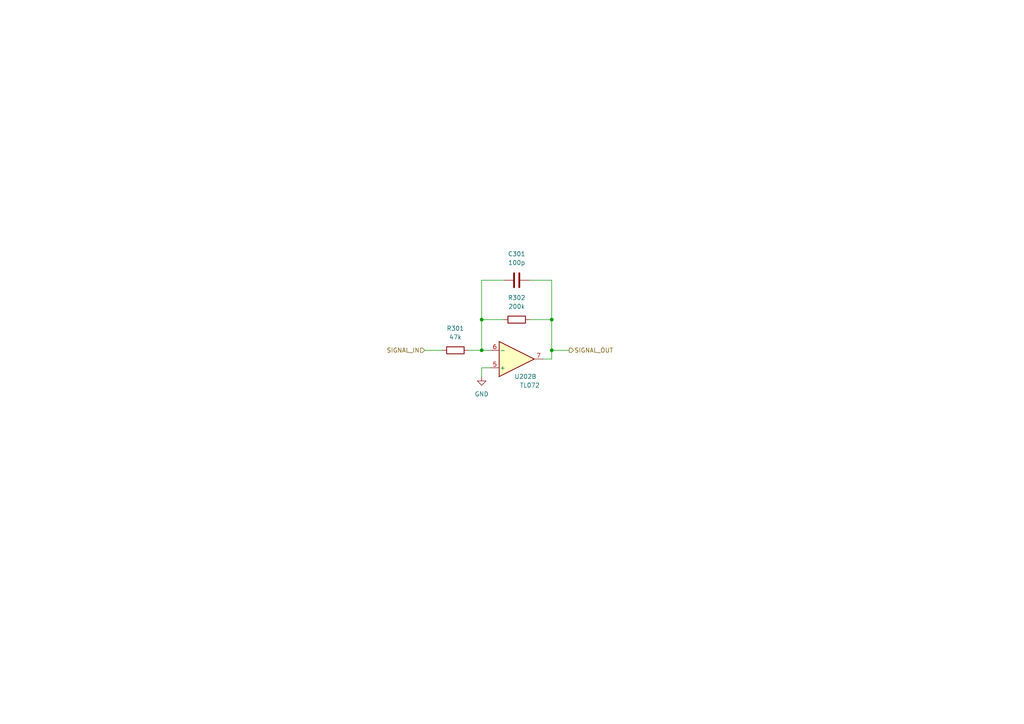
<source format=kicad_sch>
(kicad_sch (version 20230121) (generator eeschema)
  (paper "A4")
  (title_block (title "Josh Ox Ribbon Synth Mod Osc board") (date "2022-07-21") (rev "0") (comment 2 "creativecommons.org/licenses/by/4.0") (comment 3 "license: CC by 4.0") (comment 4 "Author: Jordan Aceto"))
  (lib_symbols
    (symbol "Amplifier_Operational:TL072" (pin_names (offset 0.127))
      (property "Reference" "U" (at 0 5.08 0))
      (property "Value" "TL072" (at 0 -5.08 0))
      (symbol "TL072_1_1"
        (polyline (pts (xy -5.08 5.08) (xy 5.08 0) (xy -5.08 -5.08) (xy -5.08 5.08)) (stroke (width 0.254)) (fill (type background)))
        (pin output line (at 7.62 0 180) (length 2.54) (name "~") (number "1"))
        (pin input line (at -7.62 -2.54 0) (length 2.54) (name "-") (number "2"))
        (pin input line (at -7.62 2.54 0) (length 2.54) (name "+") (number "3"))
      )
      (symbol "TL072_2_1"
        (polyline (pts (xy -5.08 5.08) (xy 5.08 0) (xy -5.08 -5.08) (xy -5.08 5.08)) (stroke (width 0.254)) (fill (type background)))
        (pin input line (at -7.62 2.54 0) (length 2.54) (name "+") (number "5"))
        (pin input line (at -7.62 -2.54 0) (length 2.54) (name "-") (number "6"))
        (pin output line (at 7.62 0 180) (length 2.54) (name "~") (number "7"))
      )
      (symbol "TL072_3_1"
        (pin power_in line (at -2.54 -7.62 90) (length 3.81) (name "V-") (number "4"))
        (pin power_in line (at -2.54 7.62 270) (length 3.81) (name "V+") (number "8"))
      )
    )
    (symbol "Device:C" (pin_numbers hide) (pin_names (offset 0.254))
      (property "Reference" "C" (at 0.635 2.54 0))
      (property "Value" "C" (at 0.635 -2.54 0))
      (symbol "C_0_1"
        (polyline (pts (xy -2.032 -0.762) (xy 2.032 -0.762)) (stroke (width 0.508)))
        (polyline (pts (xy -2.032 0.762) (xy 2.032 0.762)) (stroke (width 0.508)))
      )
      (symbol "C_1_1"
        (pin passive line (at 0 3.81 270) (length 2.794) (name "~") (number "1"))
        (pin passive line (at 0 -3.81 90) (length 2.794) (name "~") (number "2"))
      )
    )
    (symbol "Device:R" (pin_numbers hide) (pin_names (offset 0))
      (property "Reference" "R" (at 2.032 0 90))
      (property "Value" "R" (at 0 0 90))
      (symbol "R_0_1"
        (rectangle (start -1.016 -2.54) (end 1.016 2.54) (stroke (width 0.254)))
      )
      (symbol "R_1_1"
        (pin passive line (at 0 3.81 270) (length 1.27) (name "~") (number "1"))
        (pin passive line (at 0 -3.81 90) (length 1.27) (name "~") (number "2"))
      )
    )
    (symbol "power:GND" (power) (pin_names (offset 0))
      (property "Value" "GND" (at 0 -3.81 0))
      (symbol "GND_0_1"
        (polyline (pts (xy 0 0) (xy 0 -1.27) (xy 1.27 -1.27) (xy 0 -2.54) (xy -1.27 -1.27) (xy 0 -1.27)))
      )
      (symbol "GND_1_1"
        (pin power_in line (at 0 0 270) (length 0) hide (name "GND") (number "1"))
      )
    )
  )
  (junction (at 160.02 101.6))
  (junction (at 139.7 101.6))
  (junction (at 139.7 92.71))
  (junction (at 160.02 92.71))
  (wire (pts (xy 160.02 104.14) (xy 157.48 104.14)))
  (wire (pts (xy 139.7 109.22) (xy 139.7 106.68)))
  (wire (pts (xy 142.24 101.6) (xy 139.7 101.6)))
  (wire (pts (xy 153.67 92.71) (xy 160.02 92.71)))
  (wire (pts (xy 139.7 101.6) (xy 139.7 92.71)))
  (wire (pts (xy 139.7 81.28) (xy 139.7 92.71)))
  (wire (pts (xy 160.02 101.6) (xy 160.02 104.14)))
  (wire (pts (xy 135.89 101.6) (xy 139.7 101.6)))
  (wire (pts (xy 160.02 101.6) (xy 165.1 101.6)))
  (wire (pts (xy 153.67 81.28) (xy 160.02 81.28)))
  (wire (pts (xy 139.7 92.71) (xy 146.05 92.71)))
  (wire (pts (xy 123.19 101.6) (xy 128.27 101.6)))
  (wire (pts (xy 160.02 92.71) (xy 160.02 101.6)))
  (wire (pts (xy 160.02 81.28) (xy 160.02 92.71)))
  (wire (pts (xy 146.05 81.28) (xy 139.7 81.28)))
  (wire (pts (xy 139.7 106.68) (xy 142.24 106.68)))
  (hierarchical_label "SIGNAL_OUT" (shape output) (at 165.1 101.6 0))
  (hierarchical_label "SIGNAL_IN" (shape input) (at 123.19 101.6 180))
  (symbol (lib_id "power:GND") (at 139.7 109.22 0) (unit 1)
    (property "Reference" "#PWR0301" (effects hide))
    (property "Value" "GND" (at 139.7 114.3 0))
  )
  (symbol (lib_id "Device:C") (at 149.86 81.28 90) (unit 1)
    (property "Reference" "C301" (at 149.86 73.66 90))
    (property "Value" "100p" (at 149.86 76.2 90))
    (property "Footprint" "Capacitor_SMD:C_0805_2012Metric" (effects hide))
  )
  (symbol (lib_id "Device:R") (at 132.08 101.6 90) (unit 1)
    (property "Reference" "R301" (at 132.08 95.25 90))
    (property "Value" "47k" (at 132.08 97.79 90))
    (property "Footprint" "Resistor_SMD:R_0805_2012Metric" (effects hide))
  )
  (symbol (lib_id "Amplifier_Operational:TL072") (at 149.86 104.14 0) (mirror x) (unit 2)
    (property "Reference" "U202" (at 152.4 109.22 0))
    (property "Value" "TL072" (at 153.67 111.76 0))
    (property "Footprint" "Package_SO:SO-8_5.3x6.2mm_P1.27mm" (effects hide))
    (property "Datasheet" "http://www.ti.com/lit/ds/symlink/tl071.pdf" (effects hide))
  )
  (symbol (lib_id "Device:R") (at 149.86 92.71 90) (unit 1)
    (property "Reference" "R302" (at 149.86 86.36 90))
    (property "Value" "200k" (at 149.86 88.9 90))
    (property "Footprint" "Resistor_SMD:R_0805_2012Metric" (effects hide))
  )
)
</source>
